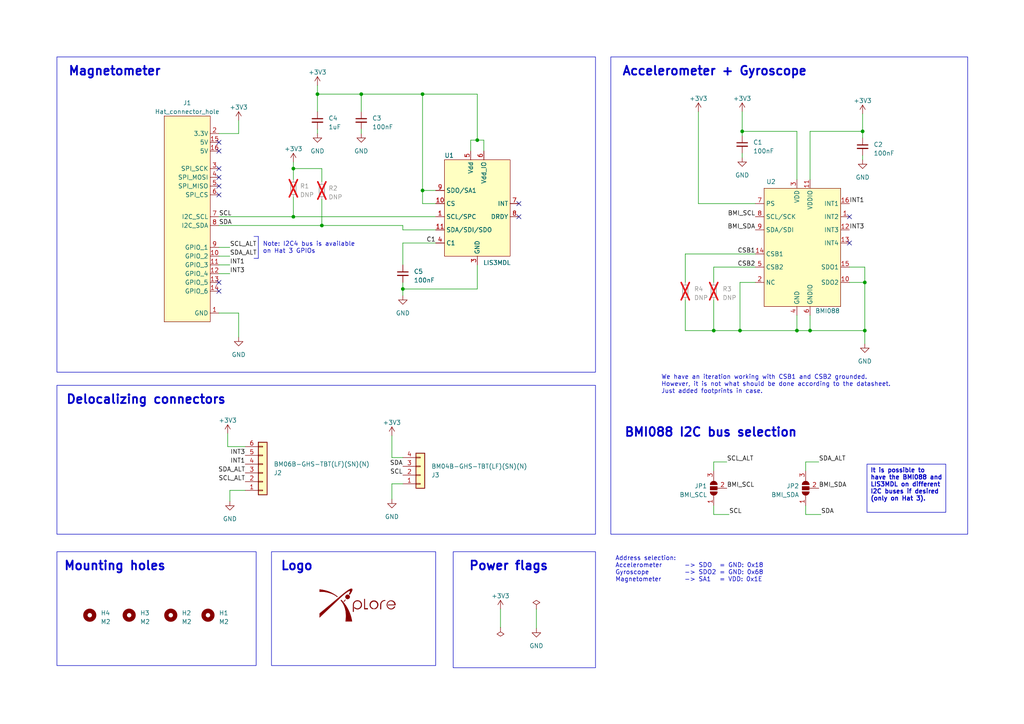
<source format=kicad_sch>
(kicad_sch (version 20230121) (generator eeschema)
  (paper "A4")
  (title_block (title "BMI088 + LIS3MDL 9-axis IMU Hat") (date "2023-07-19") (rev "2") (company "EPFL Xplore") (comment 4 "Authors: Vincent Nguyen, Leo Kruglikov"))
  (lib_symbols
    (symbol "0_connectors:Hat_connector_hole"
      (property "Reference" "J" (at 0 0 0))
      (property "Value" "Hat_connector_hole" (at 0 0 0))
      (symbol "Hat_connector_hole_0_0"
        (pin power_in line (at -8.89 -22.86 0) (length 2.54) (name "GND") (number "1"))
        (pin bidirectional line (at -8.89 -6.35 0) (length 2.54) (name "GPIO_2") (number "10"))
        (pin bidirectional line (at -8.89 -8.89 0) (length 2.54) (name "GPIO_3") (number "11"))
        (pin bidirectional line (at -8.89 -11.43 0) (length 2.54) (name "GPIO_4") (number "12"))
        (pin bidirectional line (at -8.89 -13.97 0) (length 2.54) (name "GPIO_5") (number "13"))
        (pin bidirectional line (at -8.89 -16.51 0) (length 2.54) (name "GPIO_6") (number "14"))
        (pin power_in line (at -8.89 26.67 0) (length 2.54) (name "5V") (number "15"))
        (pin power_in line (at -8.89 24.13 0) (length 2.54) (name "5V") (number "16"))
        (pin power_in line (at -8.89 29.21 0) (length 2.54) (name "3.3V") (number "2"))
        (pin output line (at -8.89 19.05 0) (length 2.54) (name "SPI_SCK") (number "3"))
        (pin output line (at -8.89 16.51 0) (length 2.54) (name "SPI_MOSI") (number "4"))
        (pin input line (at -8.89 13.97 0) (length 2.54) (name "SPI_MISO") (number "5"))
        (pin output line (at -8.89 11.43 0) (length 2.54) (name "SPI_CS") (number "6"))
        (pin output line (at -8.89 5.08 0) (length 2.54) (name "I2C_SCL") (number "7"))
        (pin bidirectional line (at -8.89 2.54 0) (length 2.54) (name "I2C_SDA") (number "8"))
        (pin bidirectional line (at -8.89 -3.81 0) (length 2.54) (name "GPIO_1") (number "9"))
      )
    )
    (symbol "0_graphic:Xplore_Logo" (pin_numbers hide) (pin_names (offset 0) hide) (in_bom no))
    (symbol "0_sensors:BMI088"
      (property "Reference" "U" (at -10.795 17.145 0))
      (property "Value" "BMI088" (at -20.955 20.955 0))
      (symbol "BMI088_1_1"
        (pin bidirectional line (at 13.335 7.62 180) (length 2.54) (name "INT2") (number "1"))
        (pin passive line (at 13.335 -11.43 180) (length 2.54) (name "SDO2") (number "10"))
        (pin power_in line (at 1.905 18.415 270) (length 2.54) (name "VDDIO") (number "11"))
        (pin output line (at 13.335 3.81 180) (length 2.54) (name "INT3") (number "12"))
        (pin output line (at 13.335 0 180) (length 2.54) (name "INT4") (number "13"))
        (pin input line (at -13.97 -3.175 0) (length 2.54) (name "CSB1") (number "14"))
        (pin passive line (at 13.335 -6.985 180) (length 2.54) (name "SDO1") (number "15"))
        (pin bidirectional line (at 13.335 11.43 180) (length 2.54) (name "INT1") (number "16"))
        (pin passive line (at -13.97 -11.43 0) (length 2.54) (name "NC") (number "2"))
        (pin power_in line (at -1.905 18.415 270) (length 2.54) (name "VDD") (number "3"))
        (pin power_in line (at -1.905 -20.955 90) (length 2.54) (name "GND") (number "4"))
        (pin input line (at -13.97 -6.985 0) (length 2.54) (name "CSB2") (number "5"))
        (pin power_in line (at 1.905 -20.955 90) (length 2.54) (name "GNDIO") (number "6"))
        (pin input line (at -13.97 11.43 0) (length 2.54) (name "PS") (number "7"))
        (pin input line (at -13.97 7.62 0) (length 2.54) (name "SCL/SCK") (number "8"))
        (pin bidirectional line (at -13.97 3.81 0) (length 2.54) (name "SDA/SDI") (number "9"))
      )
    )
    (symbol "0_sensors:LIS3MDL"
      (property "Reference" "U" (at -20.955 0.635 0))
      (property "Value" "LIS3MDL" (at -20.955 0.635 0))
      (symbol "LIS3MDL_1_1"
        (pin input line (at -12.065 0 0) (length 2.54) (name "SCL/SPC") (number "1"))
        (pin input line (at -12.065 3.81 0) (length 2.54) (name "CS") (number "10"))
        (pin bidirectional line (at -12.065 -3.81 0) (length 2.54) (name "SDA/SDI/SDO") (number "11"))
        (pin power_in line (at 0 -13.97 90) (length 2.54) hide (name "GND") (number "12"))
        (pin power_in line (at 0 -13.97 90) (length 2.54) hide (name "GND") (number "2"))
        (pin power_in line (at 0 -13.97 90) (length 2.54) (name "GND") (number "3"))
        (pin input line (at -12.065 -7.62 0) (length 2.54) (name "C1") (number "4"))
        (pin power_in line (at -1.905 19.05 270) (length 2.54) (name "Vdd") (number "5"))
        (pin power_in line (at 1.905 19.05 270) (length 2.54) (name "Vdd_IO") (number "6"))
        (pin output line (at 12.065 3.81 180) (length 2.54) (name "INT") (number "7"))
        (pin output line (at 12.065 0 180) (length 2.54) (name "DRDY") (number "8"))
        (pin input line (at -12.065 7.62 0) (length 2.54) (name "SDO/SA1") (number "9"))
      )
    )
    (symbol "Connector_Generic:Conn_01x04" (pin_names (offset 1.016) hide)
      (property "Reference" "J" (at 0 5.08 0))
      (property "Value" "Conn_01x04" (at 0 -7.62 0))
      (symbol "Conn_01x04_1_1"
        (pin passive line (at -5.08 2.54 0) (length 3.81) (name "Pin_1") (number "1"))
        (pin passive line (at -5.08 0 0) (length 3.81) (name "Pin_2") (number "2"))
        (pin passive line (at -5.08 -2.54 0) (length 3.81) (name "Pin_3") (number "3"))
        (pin passive line (at -5.08 -5.08 0) (length 3.81) (name "Pin_4") (number "4"))
      )
    )
    (symbol "Connector_Generic:Conn_01x06" (pin_names (offset 1.016) hide)
      (property "Reference" "J" (at 0 7.62 0))
      (property "Value" "Conn_01x06" (at 0 -10.16 0))
      (symbol "Conn_01x06_1_1"
        (pin passive line (at -5.08 5.08 0) (length 3.81) (name "Pin_1") (number "1"))
        (pin passive line (at -5.08 2.54 0) (length 3.81) (name "Pin_2") (number "2"))
        (pin passive line (at -5.08 0 0) (length 3.81) (name "Pin_3") (number "3"))
        (pin passive line (at -5.08 -2.54 0) (length 3.81) (name "Pin_4") (number "4"))
        (pin passive line (at -5.08 -5.08 0) (length 3.81) (name "Pin_5") (number "5"))
        (pin passive line (at -5.08 -7.62 0) (length 3.81) (name "Pin_6") (number "6"))
      )
    )
    (symbol "Device:C_Small" (pin_numbers hide) (pin_names (offset 0.254) hide)
      (property "Reference" "C" (at 0.254 1.778 0))
      (property "Value" "C_Small" (at 0.254 -2.032 0))
      (symbol "C_Small_1_1"
        (pin passive line (at 0 2.54 270) (length 2.032) (name "~") (number "1"))
        (pin passive line (at 0 -2.54 90) (length 2.032) (name "~") (number "2"))
      )
    )
    (symbol "Device:R_Small" (pin_numbers hide) (pin_names (offset 0.254) hide)
      (property "Reference" "R" (at 0.762 0.508 0))
      (property "Value" "R_Small" (at 0.762 -1.016 0))
      (symbol "R_Small_1_1"
        (pin passive line (at 0 2.54 270) (length 0.762) (name "~") (number "1"))
        (pin passive line (at 0 -2.54 90) (length 0.762) (name "~") (number "2"))
      )
    )
    (symbol "Jumper:SolderJumper_3_Open" (pin_names (offset 0) hide)
      (property "Reference" "JP" (at -2.54 -2.54 0))
      (property "Value" "SolderJumper_3_Open" (at 0 2.794 0))
      (symbol "SolderJumper_3_Open_1_1"
        (pin passive line (at -5.08 0 0) (length 2.54) (name "A") (number "1"))
        (pin passive line (at 0 -3.81 90) (length 2.54) (name "C") (number "2"))
        (pin passive line (at 5.08 0 180) (length 2.54) (name "B") (number "3"))
      )
    )
    (symbol "Mechanical:MountingHole" (pin_names (offset 1.016))
      (property "Reference" "H" (at 0 5.08 0))
      (property "Value" "MountingHole" (at 0 3.175 0))
    )
    (symbol "power:+3V3" (power) (pin_names (offset 0))
      (property "Value" "+3V3" (at 0 3.556 0))
      (symbol "+3V3_1_1"
        (pin power_in line (at 0 0 90) (length 0) hide (name "+3V3") (number "1"))
      )
    )
    (symbol "power:GND" (power) (pin_names (offset 0))
      (property "Value" "GND" (at 0 -3.81 0))
      (symbol "GND_1_1"
        (pin power_in line (at 0 0 270) (length 0) hide (name "GND") (number "1"))
      )
    )
    (symbol "power:PWR_FLAG" (power) (pin_numbers hide) (pin_names (offset 0) hide)
      (property "Value" "PWR_FLAG" (at 0 3.81 0))
      (symbol "PWR_FLAG_0_0"
        (pin power_out line (at 0 0 90) (length 0) (name "pwr") (number "1"))
      )
    )
  )
  (junction (at 122.555 55.245))
  (junction (at 122.555 27.305))
  (junction (at 231.14 95.885))
  (junction (at 116.84 83.82))
  (junction (at 207.01 95.885))
  (junction (at 92.075 27.305))
  (junction (at 138.43 40.64))
  (junction (at 250.19 38.1))
  (junction (at 104.775 27.305))
  (junction (at 215.265 38.1))
  (junction (at 234.95 95.885))
  (junction (at 250.825 95.885))
  (junction (at 214.63 95.885))
  (junction (at 250.825 81.915))
  (junction (at 93.345 65.405))
  (junction (at 85.09 62.865))
  (junction (at 85.09 48.895))
  (no_connect (at 63.5 56.515))
  (no_connect (at 63.5 43.815))
  (no_connect (at 246.38 70.485))
  (no_connect (at 63.5 81.915))
  (no_connect (at 246.38 62.865))
  (no_connect (at 63.5 84.455))
  (no_connect (at 150.495 59.055))
  (no_connect (at 63.5 51.435))
  (no_connect (at 150.495 62.865))
  (no_connect (at 63.5 48.895))
  (no_connect (at 63.5 41.275))
  (no_connect (at 63.5 53.975))
  (wire (pts (xy 85.09 62.865) (xy 126.365 62.865)))
  (wire (pts (xy 140.335 43.815) (xy 140.335 40.64)))
  (wire (pts (xy 93.345 52.705) (xy 93.345 48.895)))
  (wire (pts (xy 69.215 97.79) (xy 69.215 90.805)))
  (wire (pts (xy 155.575 176.657) (xy 155.575 182.245)))
  (wire (pts (xy 92.075 38.735) (xy 92.075 37.465)))
  (wire (pts (xy 93.345 48.895) (xy 85.09 48.895)))
  (wire (pts (xy 63.5 62.865) (xy 85.09 62.865)))
  (wire (pts (xy 198.755 86.995) (xy 198.755 95.885)))
  (wire (pts (xy 116.84 83.82) (xy 138.43 83.82)))
  (wire (pts (xy 92.075 32.385) (xy 92.075 27.305)))
  (wire (pts (xy 122.555 55.245) (xy 122.555 27.305)))
  (wire (pts (xy 231.14 95.885) (xy 231.14 91.44)))
  (wire (pts (xy 198.755 95.885) (xy 207.01 95.885)))
  (wire (pts (xy 93.345 65.405) (xy 116.84 65.405)))
  (wire (pts (xy 219.075 77.47) (xy 207.01 77.47)))
  (wire (pts (xy 234.95 38.1) (xy 234.95 52.07)))
  (wire (pts (xy 92.075 27.305) (xy 104.775 27.305)))
  (wire (pts (xy 211.455 149.225) (xy 207.01 149.225)))
  (wire (pts (xy 69.215 38.735) (xy 63.5 38.735)))
  (wire (pts (xy 202.565 32.385) (xy 202.565 59.055)))
  (wire (pts (xy 250.825 95.885) (xy 250.825 81.915)))
  (wire (pts (xy 136.525 40.64) (xy 136.525 43.815)))
  (wire (pts (xy 71.12 142.24) (xy 66.675 142.24)))
  (wire (pts (xy 215.265 32.385) (xy 215.265 38.1)))
  (wire (pts (xy 63.5 65.405) (xy 93.345 65.405)))
  (wire (pts (xy 116.84 76.835) (xy 116.84 70.485)))
  (wire (pts (xy 250.825 81.915) (xy 250.825 77.47)))
  (wire (pts (xy 138.43 40.64) (xy 136.525 40.64)))
  (wire (pts (xy 113.665 132.715) (xy 116.84 132.715)))
  (wire (pts (xy 210.82 133.985) (xy 207.01 133.985)))
  (wire (pts (xy 145.161 176.657) (xy 145.161 181.991)))
  (wire (pts (xy 246.38 81.915) (xy 250.825 81.915)))
  (wire (pts (xy 116.84 85.725) (xy 116.84 83.82)))
  (wire (pts (xy 126.365 55.245) (xy 122.555 55.245)))
  (wire (pts (xy 250.825 77.47) (xy 246.38 77.47)))
  (wire (pts (xy 231.14 95.885) (xy 214.63 95.885)))
  (wire (pts (xy 126.365 59.055) (xy 122.555 59.055)))
  (wire (pts (xy 85.09 46.99) (xy 85.09 48.895)))
  (wire (pts (xy 66.675 74.295) (xy 63.5 74.295)))
  (wire (pts (xy 207.01 95.885) (xy 214.63 95.885)))
  (wire (pts (xy 233.68 146.685) (xy 233.68 149.225)))
  (wire (pts (xy 215.265 45.72) (xy 215.265 44.45)))
  (wire (pts (xy 231.14 38.1) (xy 231.14 52.07)))
  (wire (pts (xy 122.555 59.055) (xy 122.555 55.245)))
  (wire (pts (xy 207.01 77.47) (xy 207.01 81.915)))
  (wire (pts (xy 116.84 65.405) (xy 116.84 66.675)))
  (wire (pts (xy 66.675 79.375) (xy 63.5 79.375)))
  (wire (pts (xy 140.335 40.64) (xy 138.43 40.64)))
  (wire (pts (xy 92.075 24.765) (xy 92.075 27.305)))
  (wire (pts (xy 85.09 48.895) (xy 85.09 52.07)))
  (wire (pts (xy 122.555 27.305) (xy 138.43 27.305)))
  (wire (pts (xy 250.19 33.02) (xy 250.19 38.1)))
  (wire (pts (xy 215.265 38.1) (xy 231.14 38.1)))
  (polyline (pts (xy 74.93 68.58) (xy 74.93 74.93)))
  (polyline (pts (xy 73.66 68.58) (xy 74.93 68.58)))
  (wire (pts (xy 215.265 39.37) (xy 215.265 38.1)))
  (wire (pts (xy 198.755 73.66) (xy 198.755 81.915)))
  (wire (pts (xy 93.345 57.785) (xy 93.345 65.405)))
  (wire (pts (xy 66.675 76.835) (xy 63.5 76.835)))
  (wire (pts (xy 219.075 73.66) (xy 198.755 73.66)))
  (wire (pts (xy 104.775 27.305) (xy 104.775 32.385)))
  (wire (pts (xy 214.63 81.915) (xy 219.075 81.915)))
  (wire (pts (xy 233.68 133.985) (xy 233.68 136.525)))
  (wire (pts (xy 138.43 27.305) (xy 138.43 40.64)))
  (wire (pts (xy 116.84 83.82) (xy 116.84 81.915)))
  (wire (pts (xy 66.675 71.755) (xy 63.5 71.755)))
  (wire (pts (xy 207.01 86.995) (xy 207.01 95.885)))
  (wire (pts (xy 66.04 129.54) (xy 71.12 129.54)))
  (wire (pts (xy 104.775 38.735) (xy 104.775 37.465)))
  (wire (pts (xy 69.215 34.925) (xy 69.215 38.735)))
  (wire (pts (xy 138.43 83.82) (xy 138.43 76.835)))
  (wire (pts (xy 66.04 125.73) (xy 66.04 129.54)))
  (wire (pts (xy 113.665 126.365) (xy 113.665 132.715)))
  (wire (pts (xy 207.01 146.685) (xy 207.01 149.225)))
  (wire (pts (xy 66.675 142.24) (xy 66.675 145.415)))
  (wire (pts (xy 237.49 133.985) (xy 233.68 133.985)))
  (wire (pts (xy 116.84 140.335) (xy 113.665 140.335)))
  (wire (pts (xy 214.63 95.885) (xy 214.63 81.915)))
  (wire (pts (xy 104.775 27.305) (xy 122.555 27.305)))
  (wire (pts (xy 202.565 59.055) (xy 219.075 59.055)))
  (wire (pts (xy 234.95 95.885) (xy 234.95 91.44)))
  (wire (pts (xy 250.19 38.1) (xy 250.19 40.005)))
  (wire (pts (xy 234.95 95.885) (xy 231.14 95.885)))
  (wire (pts (xy 69.215 90.805) (xy 63.5 90.805)))
  (wire (pts (xy 250.825 95.885) (xy 234.95 95.885)))
  (wire (pts (xy 113.665 140.335) (xy 113.665 144.78)))
  (wire (pts (xy 116.84 70.485) (xy 126.365 70.485)))
  (wire (pts (xy 238.125 149.225) (xy 233.68 149.225)))
  (wire (pts (xy 116.84 66.675) (xy 126.365 66.675)))
  (wire (pts (xy 250.19 46.355) (xy 250.19 45.085)))
  (wire (pts (xy 250.825 99.695) (xy 250.825 95.885)))
  (polyline (pts (xy 73.66 74.93) (xy 74.93 74.93)))
  (wire (pts (xy 207.01 133.985) (xy 207.01 136.525)))
  (wire (pts (xy 85.09 57.15) (xy 85.09 62.865)))
  (wire (pts (xy 234.95 38.1) (xy 250.19 38.1)))
  (rectangle (start 177.165 16.51) (end 280.67 154.94))
  (rectangle (start 16.51 16.51) (end 172.72 107.95))
  (rectangle (start 16.51 111.76) (end 172.72 154.94))
  (rectangle (start 131.445 160.02) (end 172.72 193.675))
  (rectangle (start 78.74 160.02) (end 126.365 193.04))
  (rectangle (start 16.51 160.02) (end 74.295 193.04))
  (text_box "It is possible to have the BMI088 and LIS3MDL on different I2C buses if desired (only on Hat 3)." (at 251.46 134.62 0) (size 22.86 13.97) (effects (font (size 1.27 1.27) bold) (justify left top)))
  (text "Note: I2C4 bus is available \non Hat 3 GPIOs" (at 76.2 73.66 0) (effects (font (size 1.27 1.27)) (justify left bottom)))
  (text "Delocalizing connectors" (at 19.05 117.475 0) (effects (font (size 2.54 2.54) (thickness 0.508) bold) (justify left bottom)))
  (text "Address selection:\nAccelerometer 	-> SDO	= GND: 0x18\nGyroscope		-> SDO2	= GND: 0x68\nMagnetometer	-> SA1	= VDD: 0x1E" (at 178.435 168.91 0) (effects (font (size 1.27 1.27)) (justify left bottom)))
  (text "Power flags" (at 135.89 165.735 0) (effects (font (size 2.54 2.54) (thickness 0.508) bold) (justify left bottom)))
  (text "Magnetometer" (at 19.685 22.225 0) (effects (font (size 2.54 2.54) (thickness 0.508) bold) (justify left bottom)))
  (text "We have an iteration working with CSB1 and CSB2 grounded.\nHowever, it is not what should be done according to the datasheet.\nJust added footprints in case." (at 191.77 114.3 0) (effects (font (size 1.27 1.27)) (justify left bottom)))
  (text "Logo" (at 81.28 165.735 0) (effects (font (size 2.54 2.54) (thickness 0.508) bold) (justify left bottom)))
  (text "Mounting holes" (at 18.415 165.735 0) (effects (font (size 2.54 2.54) (thickness 0.508) bold) (justify left bottom)))
  (text "BMI088 I2C bus selection" (at 180.975 127 0) (effects (font (size 2.54 2.54) (thickness 0.508) bold) (justify left bottom)))
  (text "Accelerometer + Gyroscope" (at 180.34 22.225 0) (effects (font (size 2.54 2.54) (thickness 0.508) bold) (justify left bottom)))
  (label "BMI_SDA" (at 237.49 141.605 0))
  (label "INT1" (at 246.38 59.055 0))
  (label "BMI_SCL" (at 219.075 62.865 180))
  (label "INT1" (at 71.12 134.62 180))
  (label "SCL_ALT" (at 71.12 139.7 180))
  (label "SDA" (at 63.5 65.405 0))
  (label "SCL_ALT" (at 210.82 133.985 0))
  (label "SDA_ALT" (at 71.12 137.16 180))
  (label "INT3" (at 66.675 79.375 0))
  (label "SDA_ALT" (at 66.675 74.295 0))
  (label "SCL" (at 116.84 137.795 180))
  (label "INT1" (at 66.675 76.835 0))
  (label "SDA" (at 116.84 135.255 180))
  (label "INT3" (at 246.38 66.675 0))
  (label "SDA" (at 238.125 149.225 0))
  (label "BMI_SDA" (at 219.075 66.675 180))
  (label "SCL" (at 63.5 62.865 0))
  (label "BMI_SCL" (at 210.82 141.605 0))
  (label "CSB1" (at 219.075 73.66 180))
  (label "C1" (at 126.365 70.485 180))
  (label "CSB2" (at 219.075 77.47 180))
  (label "SCL_ALT" (at 66.675 71.755 0))
  (label "INT3" (at 71.12 132.08 180))
  (label "SCL" (at 211.455 149.225 0))
  (label "SDA_ALT" (at 237.49 133.985 0))
  (symbol (lib_id "power:PWR_FLAG") (at 155.575 176.657 0) (unit 1)
    (property "Reference" "#FLG02" (effects hide))
    (property "Value" "PWR_FLAG" (effects hide))
  )
  (symbol (lib_id "power:GND") (at 250.19 46.355 0) (unit 1)
    (property "Reference" "#PWR06" (effects hide))
    (property "Value" "GND" (at 250.19 51.435 0))
  )
  (symbol (lib_id "power:GND") (at 155.575 182.245 0) (unit 1)
    (property "Reference" "#PWR015" (effects hide))
    (property "Value" "GND" (at 155.575 187.325 0))
  )
  (symbol (lib_id "Device:R_Small") (at 93.345 55.245 0) (unit 1) (in_bom no) (dnp yes)
    (property "Reference" "R2" (at 95.25 54.61 0) (effects (justify left)))
    (property "Value" "DNP" (at 95.25 57.15 0) (effects (justify left)))
    (property "Footprint" "Resistor_SMD:R_0603_1608Metric" (effects hide))
  )
  (symbol (lib_id "Device:C_Small") (at 116.84 79.375 0) (unit 1)
    (property "Reference" "C5" (at 120.015 78.7463 0) (effects (justify left)))
    (property "Value" "100nF" (at 120.015 81.2863 0) (effects (justify left)))
    (property "Footprint" "Resistor_SMD:R_0603_1608Metric" (effects hide))
    (property "Datasheet" "https://www.mouser.ch/datasheet/2/40/KGM_X7R-3223212.pdf" (effects hide))
    (property "Digikey ref" "478-KGM15BR71H104JTCT-ND" (effects hide))
    (property "Manufacturer ref" "06035C104JAT2A" (effects hide))
  )
  (symbol (lib_id "0_sensors:BMI088") (at 233.045 70.485 0) (unit 1)
    (property "Reference" "U2" (at 222.25 52.705 0) (effects (justify left)))
    (property "Value" "BMI088" (at 240.03 90.17 0))
    (property "Footprint" "lib_fp:BMI088" (effects hide))
    (property "Datasheet" "https://www.bosch-sensortec.com/media/boschsensortec/downloads/datasheets/bst-bmi088-ds001.pdf" (effects hide))
    (property "Digikey ref" "828-1082-1-ND" (effects hide))
    (property "Manufacturer ref" "BMI088" (effects hide))
  )
  (symbol (lib_id "power:+3V3") (at 66.04 125.73 0) (unit 1)
    (property "Reference" "#PWR019" (effects hide))
    (property "Value" "+3V3" (at 66.04 121.92 0))
  )
  (symbol (lib_id "power:GND") (at 104.775 38.735 0) (unit 1)
    (property "Reference" "#PWR09" (effects hide))
    (property "Value" "GND" (at 104.775 43.815 0))
  )
  (symbol (lib_id "power:GND") (at 116.84 85.725 0) (unit 1)
    (property "Reference" "#PWR011" (effects hide))
    (property "Value" "GND" (at 116.84 90.805 0))
  )
  (symbol (lib_id "Connector_Generic:Conn_01x04") (at 121.92 137.795 0) (mirror x) (unit 1)
    (property "Reference" "J3" (at 125.095 137.7951 0) (effects (justify left)))
    (property "Value" "BM04B-GHS-TBT(LF)(SN)(N)" (at 125.095 135.2551 0) (effects (justify left)))
    (property "Footprint" "0_connectors:PicoBlade-JST-GH-1x04_1.25mm_Vertical" (effects hide))
    (property "Datasheet" "https://www.jst-mfg.com/product/pdf/eng/eGH.pdf" (effects hide))
    (property "Digikey ref" "455-1580-1-ND" (effects hide))
    (property "Manufacturer ref" "BM04B-GHS-TBT(LF)(SN)(N)" (effects hide))
  )
  (symbol (lib_id "power:+3V3") (at 85.09 46.99 0) (unit 1)
    (property "Reference" "#PWR012" (effects hide))
    (property "Value" "+3V3" (at 85.09 43.18 0))
  )
  (symbol (lib_id "0_graphic:Xplore_Logo") (at 103.505 179.07 0) (unit 1) (in_bom no)
    (property "Reference" "G1" (effects hide))
    (property "Value" "Xplore_Logo" (effects hide))
    (property "Footprint" "0_graphic:Xplore_Logo_X_only_10mm" (effects hide))
  )
  (symbol (lib_id "power:+3V3") (at 250.19 33.02 0) (unit 1)
    (property "Reference" "#PWR07" (effects hide))
    (property "Value" "+3V3" (at 250.19 29.21 0))
  )
  (symbol (lib_id "Mechanical:MountingHole") (at 37.465 178.435 0) (unit 1) (in_bom no)
    (property "Reference" "H3" (at 40.64 177.8 0) (effects (justify left)))
    (property "Value" "M2" (at 40.64 180.34 0) (effects (justify left)))
    (property "Footprint" "MountingHole:MountingHole_2.2mm_M2" (effects hide))
  )
  (symbol (lib_id "Device:R_Small") (at 207.01 84.455 0) (unit 1) (in_bom no) (dnp yes)
    (property "Reference" "R3" (at 209.55 83.82 0) (effects (justify left)))
    (property "Value" "DNP" (at 209.55 86.36 0) (effects (justify left)))
    (property "Footprint" "Resistor_SMD:R_0402_1005Metric" (effects hide))
  )
  (symbol (lib_id "Device:C_Small") (at 215.265 41.91 0) (unit 1)
    (property "Reference" "C1" (at 218.44 41.2813 0) (effects (justify left)))
    (property "Value" "100nF" (at 218.44 43.8213 0) (effects (justify left)))
    (property "Footprint" "Resistor_SMD:R_0603_1608Metric" (effects hide))
    (property "Datasheet" "https://www.mouser.ch/datasheet/2/40/KGM_X7R-3223212.pdf" (effects hide))
    (property "Digikey ref" "478-KGM15BR71H104JTCT-ND" (effects hide))
    (property "Manufacturer ref" "06035C104JAT2A" (effects hide))
  )
  (symbol (lib_id "power:+3V3") (at 202.565 32.385 0) (unit 1)
    (property "Reference" "#PWR03" (effects hide))
    (property "Value" "+3V3" (at 202.565 28.575 0))
  )
  (symbol (lib_id "0_connectors:Hat_connector_hole") (at 54.61 67.945 0) (mirror y) (unit 1)
    (property "Reference" "J1" (at 54.2925 29.845 0))
    (property "Value" "Hat_connector_hole" (at 54.2925 32.385 0))
    (property "Footprint" "0_connectors:Hat_connector_hole" (effects hide))
  )
  (symbol (lib_id "0_sensors:LIS3MDL") (at 138.43 62.865 0) (unit 1)
    (property "Reference" "U1" (at 128.905 45.085 0) (effects (justify left)))
    (property "Value" "LIS3MDL" (at 144.145 76.2 0))
    (property "Footprint" "lib_fp:LGA12_2X2" (effects hide))
    (property "Datasheet" "https://www.st.com/content/ccc/resource/technical/document/datasheet/54/2a/85/76/e3/97/42/18/DM00075867.pdf/files/DM00075867.pdf/jcr:content/translations/en.DM00075867.pdf" (effects hide))
    (property "Digikey ref" "497-13892-1-ND" (effects hide))
    (property "Manufacturer ref" "LIS3MDLTR" (effects hide))
  )
  (symbol (lib_id "power:+3V3") (at 215.265 32.385 0) (unit 1)
    (property "Reference" "#PWR04" (effects hide))
    (property "Value" "+3V3" (at 215.265 28.575 0))
  )
  (symbol (lib_id "Mechanical:MountingHole") (at 49.53 178.435 0) (unit 1) (in_bom no)
    (property "Reference" "H2" (at 52.705 177.8 0) (effects (justify left)))
    (property "Value" "M2" (at 52.705 180.34 0) (effects (justify left)))
    (property "Footprint" "MountingHole:MountingHole_2.2mm_M2" (effects hide))
  )
  (symbol (lib_id "Device:C_Small") (at 92.075 34.925 0) (unit 1)
    (property "Reference" "C4" (at 95.25 34.2963 0) (effects (justify left)))
    (property "Value" "1uF" (at 95.25 36.8363 0) (effects (justify left)))
    (property "Footprint" "Resistor_SMD:R_0603_1608Metric" (effects hide))
    (property "Datasheet" "https://www.yuden.co.jp/productdata/catalog/mlcc06_e.pdf" (effects hide))
    (property "Digikey ref" "587-3247-1-ND" (effects hide))
    (property "Manufacturer ref" "UMK107AB7105KA-T" (effects hide))
  )
  (symbol (lib_id "power:GND") (at 66.675 145.415 0) (unit 1)
    (property "Reference" "#PWR016" (effects hide))
    (property "Value" "GND" (at 66.675 150.495 0))
  )
  (symbol (lib_id "power:+3V3") (at 92.075 24.765 0) (unit 1)
    (property "Reference" "#PWR08" (effects hide))
    (property "Value" "+3V3" (at 92.075 20.955 0))
  )
  (symbol (lib_id "power:GND") (at 250.825 99.695 0) (unit 1)
    (property "Reference" "#PWR01" (effects hide))
    (property "Value" "GND" (at 250.825 104.775 0))
  )
  (symbol (lib_id "Device:C_Small") (at 250.19 42.545 0) (unit 1)
    (property "Reference" "C2" (at 253.365 41.9163 0) (effects (justify left)))
    (property "Value" "100nF" (at 253.365 44.4563 0) (effects (justify left)))
    (property "Footprint" "Resistor_SMD:R_0603_1608Metric" (effects hide))
    (property "Datasheet" "https://www.mouser.ch/datasheet/2/40/KGM_X7R-3223212.pdf" (effects hide))
    (property "Digikey ref" "478-KGM15BR71H104JTCT-ND" (effects hide))
    (property "Manufacturer ref" "06035C104JAT2A" (effects hide))
  )
  (symbol (lib_id "power:PWR_FLAG") (at 145.161 181.991 180) (unit 1)
    (property "Reference" "#FLG01" (effects hide))
    (property "Value" "PWR_FLAG" (effects hide))
  )
  (symbol (lib_id "Jumper:SolderJumper_3_Open") (at 207.01 141.605 90) (unit 1) (in_bom no)
    (property "Reference" "JP1" (at 205.105 140.97 90) (effects (justify left)))
    (property "Value" "BMI_SCL" (at 205.105 143.51 90) (effects (justify left)))
    (property "Footprint" "Jumper:SolderJumper-3_P1.3mm_Open_RoundedPad1.0x1.5mm" (effects hide))
  )
  (symbol (lib_id "Jumper:SolderJumper_3_Open") (at 233.68 141.605 90) (unit 1) (in_bom no)
    (property "Reference" "JP2" (at 231.775 140.97 90) (effects (justify left)))
    (property "Value" "BMI_SDA" (at 231.775 143.51 90) (effects (justify left)))
    (property "Footprint" "Jumper:SolderJumper-3_P1.3mm_Open_RoundedPad1.0x1.5mm" (effects hide))
  )
  (symbol (lib_id "power:GND") (at 113.665 144.78 0) (unit 1)
    (property "Reference" "#PWR017" (effects hide))
    (property "Value" "GND" (at 113.665 149.86 0))
  )
  (symbol (lib_id "power:GND") (at 215.265 45.72 0) (unit 1)
    (property "Reference" "#PWR05" (effects hide))
    (property "Value" "GND" (at 215.265 50.8 0))
  )
  (symbol (lib_id "power:+3V3") (at 69.215 34.925 0) (unit 1)
    (property "Reference" "#PWR02" (effects hide))
    (property "Value" "+3V3" (at 69.215 31.115 0))
  )
  (symbol (lib_id "Device:C_Small") (at 104.775 34.925 0) (unit 1)
    (property "Reference" "C3" (at 107.95 34.2963 0) (effects (justify left)))
    (property "Value" "100nF" (at 107.95 36.8363 0) (effects (justify left)))
    (property "Footprint" "Resistor_SMD:R_0603_1608Metric" (effects hide))
    (property "Datasheet" "https://www.mouser.ch/datasheet/2/40/KGM_X7R-3223212.pdf" (effects hide))
    (property "Digikey ref" "478-KGM15BR71H104JTCT-ND" (effects hide))
    (property "Manufacturer ref" "06035C104JAT2A" (effects hide))
  )
  (symbol (lib_id "Connector_Generic:Conn_01x06") (at 76.2 137.16 0) (mirror x) (unit 1)
    (property "Reference" "J2" (at 79.375 137.1601 0) (effects (justify left)))
    (property "Value" "BM06B-GHS-TBT(LF)(SN)(N)" (at 79.375 134.6201 0) (effects (justify left)))
    (property "Footprint" "0_connectors:PicoBlade_JST-GH-1x06_1.25mm_Vertical" (effects hide))
    (property "Datasheet" "https://www.jst-mfg.com/product/pdf/eng/eGH.pdf" (effects hide))
  )
  (symbol (lib_id "power:+3V3") (at 145.161 176.657 0) (unit 1)
    (property "Reference" "#PWR014" (effects hide))
    (property "Value" "+3V3" (at 145.161 172.847 0))
  )
  (symbol (lib_id "power:GND") (at 69.215 97.79 0) (unit 1)
    (property "Reference" "#PWR013" (effects hide))
    (property "Value" "GND" (at 69.215 102.87 0))
  )
  (symbol (lib_id "Device:R_Small") (at 198.755 84.455 0) (unit 1) (in_bom no) (dnp yes)
    (property "Reference" "R4" (at 201.295 83.82 0) (effects (justify left)))
    (property "Value" "DNP" (at 201.295 86.36 0) (effects (justify left)))
    (property "Footprint" "Resistor_SMD:R_0402_1005Metric" (effects hide))
  )
  (symbol (lib_id "Device:R_Small") (at 85.09 54.61 0) (unit 1) (in_bom no) (dnp yes)
    (property "Reference" "R1" (at 86.995 53.975 0) (effects (justify left)))
    (property "Value" "DNP" (at 86.995 56.515 0) (effects (justify left)))
    (property "Footprint" "Resistor_SMD:R_0603_1608Metric" (effects hide))
  )
  (symbol (lib_id "Mechanical:MountingHole") (at 26.035 178.435 0) (unit 1) (in_bom no)
    (property "Reference" "H4" (at 29.21 177.8 0) (effects (justify left)))
    (property "Value" "M2" (at 29.21 180.34 0) (effects (justify left)))
    (property "Footprint" "MountingHole:MountingHole_2.2mm_M2" (effects hide))
  )
  (symbol (lib_id "power:GND") (at 92.075 38.735 0) (unit 1)
    (property "Reference" "#PWR010" (effects hide))
    (property "Value" "GND" (at 92.075 43.815 0))
  )
  (symbol (lib_id "power:+3V3") (at 113.665 126.365 0) (unit 1)
    (property "Reference" "#PWR018" (effects hide))
    (property "Value" "+3V3" (at 113.665 122.555 0))
  )
  (symbol (lib_id "Mechanical:MountingHole") (at 60.325 178.435 0) (unit 1) (in_bom no)
    (property "Reference" "H1" (at 63.5 177.8 0) (effects (justify left)))
    (property "Value" "M2" (at 63.5 180.34 0) (effects (justify left)))
    (property "Footprint" "MountingHole:MountingHole_2.2mm_M2" (effects hide))
  )
)
</source>
